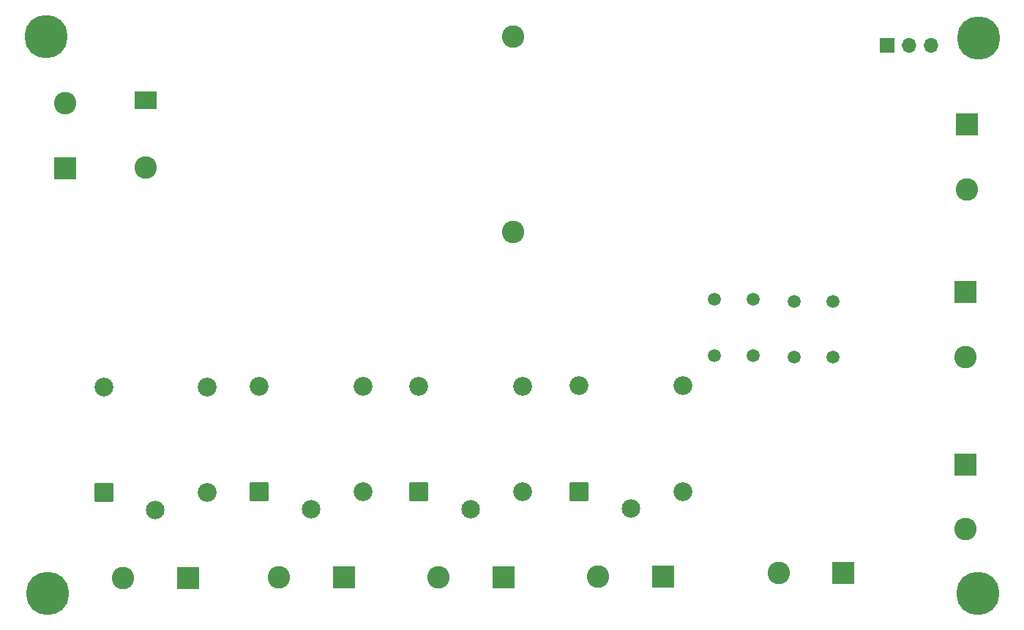
<source format=gbr>
%TF.GenerationSoftware,KiCad,Pcbnew,7.0.8*%
%TF.CreationDate,2024-04-08T22:48:43+05:30*%
%TF.ProjectId,Esp32_relay,45737033-325f-4726-956c-61792e6b6963,rev?*%
%TF.SameCoordinates,PX4046330PY7125ac8*%
%TF.FileFunction,Soldermask,Bot*%
%TF.FilePolarity,Negative*%
%FSLAX46Y46*%
G04 Gerber Fmt 4.6, Leading zero omitted, Abs format (unit mm)*
G04 Created by KiCad (PCBNEW 7.0.8) date 2024-04-08 22:48:43*
%MOMM*%
%LPD*%
G01*
G04 APERTURE LIST*
G04 Aperture macros list*
%AMRoundRect*
0 Rectangle with rounded corners*
0 $1 Rounding radius*
0 $2 $3 $4 $5 $6 $7 $8 $9 X,Y pos of 4 corners*
0 Add a 4 corners polygon primitive as box body*
4,1,4,$2,$3,$4,$5,$6,$7,$8,$9,$2,$3,0*
0 Add four circle primitives for the rounded corners*
1,1,$1+$1,$2,$3*
1,1,$1+$1,$4,$5*
1,1,$1+$1,$6,$7*
1,1,$1+$1,$8,$9*
0 Add four rect primitives between the rounded corners*
20,1,$1+$1,$2,$3,$4,$5,0*
20,1,$1+$1,$4,$5,$6,$7,0*
20,1,$1+$1,$6,$7,$8,$9,0*
20,1,$1+$1,$8,$9,$2,$3,0*%
G04 Aperture macros list end*
%ADD10R,2.600000X2.000000*%
%ADD11C,2.600000*%
%ADD12C,1.500000*%
%ADD13C,5.000000*%
%ADD14RoundRect,0.102000X0.990000X-0.990000X0.990000X0.990000X-0.990000X0.990000X-0.990000X-0.990000X0*%
%ADD15C,2.184000*%
%ADD16C,2.139000*%
%ADD17R,2.600000X2.600000*%
%ADD18R,1.700000X1.700000*%
%ADD19O,1.700000X1.700000*%
G04 APERTURE END LIST*
D10*
%TO.C,PS1*%
X15590500Y61634200D03*
D11*
X15590500Y53834200D03*
X58090500Y69034200D03*
X58090500Y46434200D03*
%TD*%
D12*
%TO.C,S1*%
X95087000Y38378200D03*
X95087000Y31878200D03*
X90587000Y38378200D03*
X90587000Y31878200D03*
%TD*%
D13*
%TO.C,H2*%
X4216400Y4572000D03*
%TD*%
D14*
%TO.C,K4*%
X65678800Y16376400D03*
D15*
X77678800Y16376400D03*
D16*
X71678800Y14376400D03*
D15*
X65678800Y28576400D03*
X77678800Y28576400D03*
%TD*%
D14*
%TO.C,K3*%
X47182000Y16298800D03*
D15*
X59182000Y16298800D03*
D16*
X53182000Y14298800D03*
D15*
X47182000Y28498800D03*
X59182000Y28498800D03*
%TD*%
D17*
%TO.C,J8*%
X96266000Y6934200D03*
D11*
X88766000Y6934200D03*
%TD*%
D17*
%TO.C,J9*%
X110363000Y19481800D03*
D11*
X110363000Y11981800D03*
%TD*%
D14*
%TO.C,K2*%
X28721800Y16325600D03*
D15*
X40721800Y16325600D03*
D16*
X34721800Y14325600D03*
D15*
X28721800Y28525600D03*
X40721800Y28525600D03*
%TD*%
D13*
%TO.C,H4*%
X111836200Y4572000D03*
%TD*%
%TO.C,H1*%
X4038600Y69011800D03*
%TD*%
D17*
%TO.C,J2*%
X20457600Y6336800D03*
D11*
X12957600Y6336800D03*
%TD*%
D17*
%TO.C,J1*%
X6223000Y53790200D03*
D11*
X6223000Y61290200D03*
%TD*%
D17*
%TO.C,J3*%
X38471800Y6423600D03*
D11*
X30971800Y6423600D03*
%TD*%
D17*
%TO.C,J7*%
X110413800Y39420800D03*
D11*
X110413800Y31920800D03*
%TD*%
D13*
%TO.C,H3*%
X111887000Y68808600D03*
%TD*%
D17*
%TO.C,J5*%
X75428800Y6474400D03*
D11*
X67928800Y6474400D03*
%TD*%
D18*
%TO.C,J6*%
X101320600Y67995800D03*
D19*
X103860600Y67995800D03*
X106400600Y67995800D03*
%TD*%
D17*
%TO.C,J10*%
X110566200Y58842600D03*
D11*
X110566200Y51342600D03*
%TD*%
D14*
%TO.C,K1*%
X10707600Y16242800D03*
D15*
X22707600Y16242800D03*
D16*
X16707600Y14242800D03*
D15*
X10707600Y28442800D03*
X22707600Y28442800D03*
%TD*%
D17*
%TO.C,J4*%
X56932000Y6396800D03*
D11*
X49432000Y6396800D03*
%TD*%
D12*
%TO.C,S2*%
X85856200Y38580200D03*
X85856200Y32080200D03*
X81356200Y38580200D03*
X81356200Y32080200D03*
%TD*%
M02*

</source>
